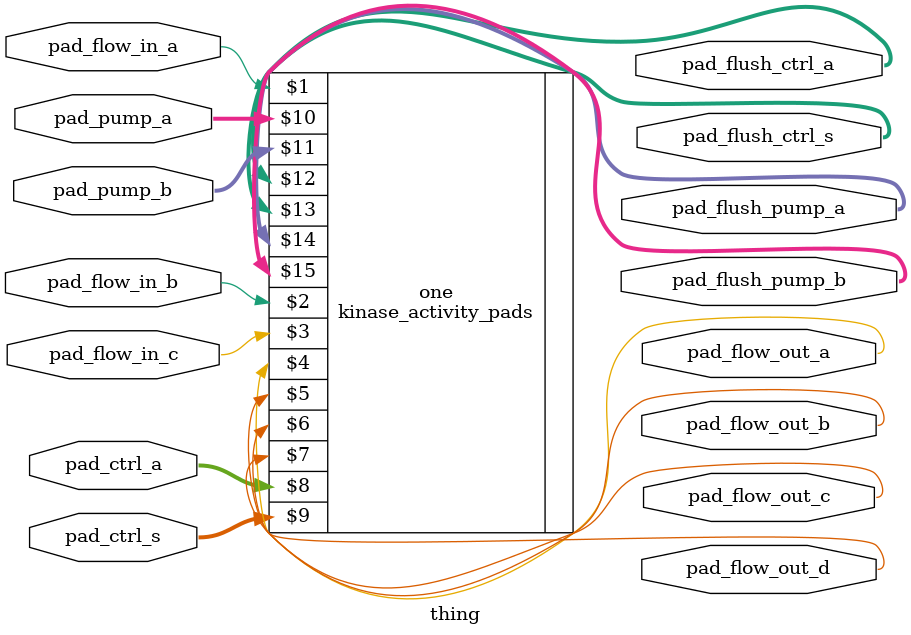
<source format=v>
module thing(
  (* type="flow" *) input [SIZE-1:0] pad_flow_in_a, pad_flow_in_b,pad_flow_in_c,
  (* type="flow" *) output [SIZE-1:0] pad_flow_out_a,pad_flow_out_b, pad_flow_out_c, pad_flow_out_d,
             (* type="ctrl" *) input [12:0] pad_ctrl_a,
             (* type="ctrl" *) input [3:0] pad_ctrl_s,
             (* type="ctrl" *) input [2:0] pad_pump_a,
             (* type="ctrl" *) input [1:0] pad_pump_b,
             (* type="flush" *) output [12:0] pad_flush_ctrl_a,
             (* type="flush" *) output [3:0] pad_flush_ctrl_s,
             (* type="flush" *) output [2:0] pad_flush_pump_a,
             (* type="flush" *) output [1:0] pad_flush_pump_b);
localparam SIZE = 1;
  kinase_activity_pads #(SIZE) one (
                                 pad_flow_in_a,
                                 pad_flow_in_b,
                                 pad_flow_in_c,
                                 pad_flow_out_a,
                                 pad_flow_out_b,
                                 pad_flow_out_c,
                                 pad_flow_out_d,
                                 pad_ctrl_a,
                                 pad_ctrl_s,
                                 pad_pump_a,
                                 pad_pump_b,
                                 pad_flush_ctrl_a,
                                 pad_flush_ctrl_s,
                                 pad_flush_pump_a,
                                 pad_flush_pump_b);
endmodule

</source>
